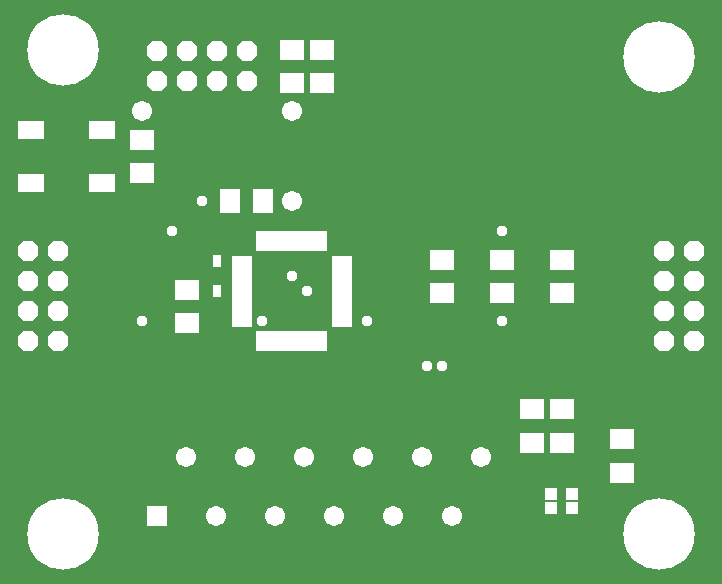
<source format=gbr>
G04 EAGLE Gerber RS-274X export*
G75*
%MOMM*%
%FSLAX34Y34*%
%LPD*%
%INSoldermask Top*%
%IPNEG*%
%AMOC8*
5,1,8,0,0,1.08239X$1,22.5*%
G01*
%ADD10C,6.045200*%
%ADD11R,1.678200X0.503200*%
%ADD12R,0.503200X1.678200*%
%ADD13R,1.103200X1.003200*%
%ADD14R,2.303200X1.603200*%
%ADD15R,1.711200X1.711200*%
%ADD16C,1.711200*%
%ADD17R,2.003200X1.803200*%
%ADD18P,1.869504X8X112.500000*%
%ADD19P,1.869504X8X22.500000*%
%ADD20R,2.006200X1.803200*%
%ADD21R,1.803200X2.003200*%
%ADD22R,0.803200X1.003200*%
%ADD23C,0.959600*%
%ADD24C,1.703200*%


D10*
X48000Y458470D03*
X552000Y452000D03*
X48000Y48000D03*
X552000Y48000D03*
D11*
X198920Y281500D03*
X198920Y276500D03*
X198920Y271500D03*
X198920Y266500D03*
X198920Y261500D03*
X198920Y256500D03*
X198920Y251500D03*
X198920Y246500D03*
X198920Y241500D03*
X198920Y236500D03*
X198920Y231500D03*
X198920Y226500D03*
D12*
X213800Y211620D03*
X218800Y211620D03*
X223800Y211620D03*
X228800Y211620D03*
X233800Y211620D03*
X238800Y211620D03*
X243800Y211620D03*
X248800Y211620D03*
X253800Y211620D03*
X258800Y211620D03*
X263800Y211620D03*
X268800Y211620D03*
D11*
X283680Y226500D03*
X283680Y231500D03*
X283680Y236500D03*
X283680Y241500D03*
X283680Y246500D03*
X283680Y251500D03*
X283680Y256500D03*
X283680Y261500D03*
X283680Y266500D03*
X283680Y271500D03*
X283680Y276500D03*
X283680Y281500D03*
D12*
X268800Y296380D03*
X263800Y296380D03*
X258800Y296380D03*
X253800Y296380D03*
X248800Y296380D03*
X243800Y296380D03*
X238800Y296380D03*
X233800Y296380D03*
X228800Y296380D03*
X223800Y296380D03*
X218800Y296380D03*
X213800Y296380D03*
D13*
X478900Y70200D03*
X478900Y82200D03*
X460900Y82200D03*
X460900Y70200D03*
D14*
X20800Y390800D03*
X80800Y390800D03*
X20800Y345800D03*
X80800Y345800D03*
D15*
X127000Y63500D03*
D16*
X152000Y113500D03*
X177000Y63500D03*
X202000Y113500D03*
X227000Y63500D03*
X252000Y113500D03*
X277000Y63500D03*
X302000Y113500D03*
X327000Y63500D03*
X352000Y113500D03*
X377000Y63500D03*
X402000Y113500D03*
D17*
X114300Y382300D03*
X114300Y354300D03*
X241300Y430500D03*
X241300Y458500D03*
X266700Y430500D03*
X266700Y458500D03*
X469900Y280700D03*
X469900Y252700D03*
X419100Y280700D03*
X419100Y252700D03*
X368300Y280700D03*
X368300Y252700D03*
D18*
X43700Y211900D03*
X43700Y237300D03*
X43700Y262700D03*
X43700Y288100D03*
X18300Y211900D03*
X18300Y237300D03*
X18300Y262700D03*
X18300Y288100D03*
X556300Y211900D03*
X556300Y237300D03*
X556300Y262700D03*
X556300Y288100D03*
X581700Y211900D03*
X581700Y237300D03*
X581700Y262700D03*
X581700Y288100D03*
D19*
X127000Y431800D03*
X152400Y431800D03*
X177800Y431800D03*
X203200Y431800D03*
X127000Y457200D03*
X152400Y457200D03*
X177800Y457200D03*
X203200Y457200D03*
D20*
X520700Y100080D03*
X520700Y128520D03*
X469900Y153920D03*
X469900Y125480D03*
X444500Y153920D03*
X444500Y125480D03*
D21*
X217200Y330200D03*
X189200Y330200D03*
D17*
X152400Y255300D03*
X152400Y227300D03*
D22*
X177800Y254200D03*
X177800Y279200D03*
D23*
X419100Y228600D03*
X304800Y228600D03*
X215900Y228600D03*
X114300Y228600D03*
X139700Y304800D03*
X165100Y330200D03*
X419100Y304800D03*
D24*
X114300Y406400D03*
X241300Y406400D03*
X241300Y330200D03*
D23*
X368300Y190500D03*
X355600Y190500D03*
X254000Y254000D03*
X241300Y266700D03*
M02*

</source>
